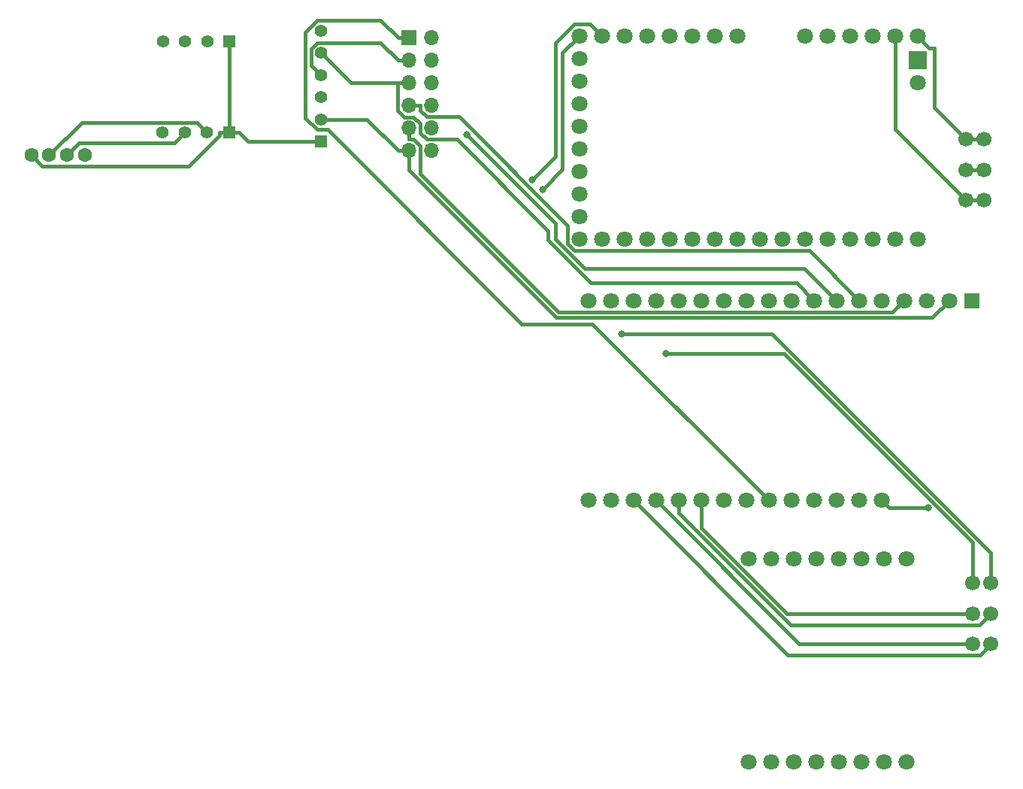
<source format=gbr>
%TF.GenerationSoftware,KiCad,Pcbnew,7.0.10*%
%TF.CreationDate,2024-01-29T12:51:58+00:00*%
%TF.ProjectId,data_logger,64617461-5f6c-46f6-9767-65722e6b6963,rev?*%
%TF.SameCoordinates,Original*%
%TF.FileFunction,Copper,L1,Top*%
%TF.FilePolarity,Positive*%
%FSLAX46Y46*%
G04 Gerber Fmt 4.6, Leading zero omitted, Abs format (unit mm)*
G04 Created by KiCad (PCBNEW 7.0.10) date 2024-01-29 12:51:58*
%MOMM*%
%LPD*%
G01*
G04 APERTURE LIST*
%TA.AperFunction,ComponentPad*%
%ADD10C,1.700000*%
%TD*%
%TA.AperFunction,ComponentPad*%
%ADD11R,1.800000X1.800000*%
%TD*%
%TA.AperFunction,ComponentPad*%
%ADD12C,1.800000*%
%TD*%
%TA.AperFunction,ComponentPad*%
%ADD13R,1.408000X1.408000*%
%TD*%
%TA.AperFunction,ComponentPad*%
%ADD14C,1.408000*%
%TD*%
%TA.AperFunction,ComponentPad*%
%ADD15R,2.000000X2.000000*%
%TD*%
%TA.AperFunction,ComponentPad*%
%ADD16R,1.700000X1.700000*%
%TD*%
%TA.AperFunction,ComponentPad*%
%ADD17O,1.700000X1.700000*%
%TD*%
%TA.AperFunction,ComponentPad*%
%ADD18C,1.600000*%
%TD*%
%TA.AperFunction,ViaPad*%
%ADD19C,0.800000*%
%TD*%
%TA.AperFunction,Conductor*%
%ADD20C,0.400000*%
%TD*%
G04 APERTURE END LIST*
D10*
%TO.P,J11,1,Pin_1*%
%TO.N,Net-(J11-Pin_1)*%
X210693000Y-123317000D03*
%TO.P,J11,2,Pin_2*%
%TO.N,Net-(J11-Pin_2)*%
X212725000Y-123317000D03*
%TD*%
%TO.P,J10,1,Pin_1*%
%TO.N,Net-(J10-Pin_1)*%
X210693000Y-119931000D03*
%TO.P,J10,2,Pin_2*%
%TO.N,Net-(J10-Pin_2)*%
X212725000Y-119931000D03*
%TD*%
%TO.P,J9,1,Pin_1*%
%TO.N,Net-(J9-Pin_1)*%
X210693000Y-116459000D03*
%TO.P,J9,2,Pin_2*%
%TO.N,Net-(J9-Pin_2)*%
X212725000Y-116459000D03*
%TD*%
D11*
%TO.P,U1,1,RST*%
%TO.N,unconnected-(U1-RST-Pad1)*%
X210566000Y-84688000D03*
D12*
%TO.P,U1,2,3.3V*%
%TO.N,+3V3*%
X208026000Y-84688000D03*
%TO.P,U1,3,NC*%
%TO.N,unconnected-(U1-NC-Pad3)*%
X205486000Y-84688000D03*
%TO.P,U1,4,GND*%
%TO.N,Earth*%
X202946000Y-84688000D03*
%TO.P,U1,5,EN*%
%TO.N,unconnected-(U1-EN-Pad5)*%
X200406000Y-84688000D03*
%TO.P,U1,6,SCK*%
%TO.N,Net-(J4-Pin_4)*%
X197866000Y-84688000D03*
%TO.P,U1,7,MOSI*%
%TO.N,Net-(J4-Pin_2)*%
X195326000Y-84688000D03*
%TO.P,U1,8,MISO*%
%TO.N,Net-(J4-Pin_3)*%
X192786000Y-84688000D03*
%TO.P,U1,9,SCL*%
%TO.N,Net-(J1-SCL)*%
X190246000Y-84688000D03*
%TO.P,U1,10,SDA*%
%TO.N,Net-(J1-SDA)*%
X187706000Y-84688000D03*
%TO.P,U1,11,D9*%
%TO.N,unconnected-(U1-D9-Pad11)*%
X185166000Y-84688000D03*
%TO.P,U1,12,D7*%
%TO.N,Net-(U1-D7)*%
X182626000Y-84688000D03*
%TO.P,U1,13,D6*%
%TO.N,Net-(U1-D6)*%
X180086000Y-84688000D03*
%TO.P,U1,14,D5*%
%TO.N,Net-(U1-D5)*%
X177546000Y-84688000D03*
%TO.P,U1,15,D3*%
%TO.N,Net-(U1-D3)*%
X175006000Y-84688000D03*
%TO.P,U1,16,D2*%
%TO.N,Net-(J4-Pin_9)*%
X172466000Y-84688000D03*
%TO.P,U1,17,TX*%
%TO.N,Net-(J9-Pin_1)*%
X169926000Y-84688000D03*
%TO.P,U1,18,RX*%
%TO.N,Net-(J9-Pin_2)*%
X167386000Y-84688000D03*
%TO.P,U1,19,VCC*%
%TO.N,+5V*%
X200406000Y-107188000D03*
%TO.P,U1,20,3.3V*%
%TO.N,unconnected-(U1-3.3V-Pad20)*%
X197866000Y-107188000D03*
%TO.P,U1,21,GND*%
%TO.N,unconnected-(U1-GND-Pad21)*%
X195326000Y-107188000D03*
%TO.P,U1,22,SCL*%
%TO.N,unconnected-(U1-SCL-Pad22)*%
X192786000Y-107188000D03*
%TO.P,U1,23,SDA*%
%TO.N,unconnected-(U1-SDA-Pad23)*%
X190246000Y-107188000D03*
%TO.P,U1,24,A4*%
%TO.N,Net-(J4-Pin_1)*%
X187706000Y-107188000D03*
%TO.P,U1,25,A3*%
%TO.N,Net-(J5-Pin_3)*%
X185166000Y-107188000D03*
%TO.P,U1,26,A2*%
%TO.N,unconnected-(U1-A2-Pad26)*%
X182626000Y-107188000D03*
%TO.P,U1,27,A1*%
%TO.N,Net-(J10-Pin_1)*%
X180086000Y-107188000D03*
%TO.P,U1,28,A0*%
%TO.N,Net-(J10-Pin_2)*%
X177546000Y-107188000D03*
%TO.P,U1,29,D13*%
%TO.N,Net-(J11-Pin_1)*%
X175006000Y-107188000D03*
%TO.P,U1,30,D12*%
%TO.N,Net-(J11-Pin_2)*%
X172466000Y-107188000D03*
%TO.P,U1,31,D11/UART2-Rx*%
%TO.N,Net-(U1-D11{slash}UART2-Rx)*%
X169926000Y-107188000D03*
%TO.P,U1,32,D10/UART2-Tx*%
%TO.N,Net-(U1-D10{slash}UART2-Tx)*%
X167386000Y-107188000D03*
%TD*%
D10*
%TO.P,J8,1,Pin_1*%
%TO.N,Earth*%
X209931000Y-66548000D03*
%TO.P,J8,2,Pin_2*%
X211963000Y-66548000D03*
%TD*%
%TO.P,J7,1,Pin_1*%
%TO.N,+5V*%
X209931000Y-73406000D03*
%TO.P,J7,2,Pin_2*%
X211963000Y-73406000D03*
%TD*%
%TO.P,J6,1,Pin_1*%
%TO.N,+3V3*%
X209931000Y-69977000D03*
%TO.P,J6,2,Pin_2*%
X211963000Y-69977000D03*
%TD*%
D13*
%TO.P,J5,1,Pin_1*%
%TO.N,Earth*%
X137287000Y-66802000D03*
D14*
%TO.P,J5,2,Pin_2*%
%TO.N,+3V3*%
X137287000Y-64302000D03*
%TO.P,J5,3,Pin_3*%
%TO.N,Net-(J5-Pin_3)*%
X137287000Y-61802000D03*
%TO.P,J5,4,Pin_4*%
%TO.N,Net-(J4-Pin_2)*%
X137287000Y-59302000D03*
%TO.P,J5,5,Pin_5*%
%TO.N,Net-(J4-Pin_3)*%
X137287000Y-56802000D03*
%TO.P,J5,6,Pin_6*%
%TO.N,Net-(J4-Pin_4)*%
X137287000Y-54302000D03*
%TD*%
D13*
%TO.P,J3,1,GND*%
%TO.N,Earth*%
X126920000Y-65786000D03*
D14*
%TO.P,J3,2,VCC*%
%TO.N,+3V3*%
X124420000Y-65786000D03*
%TO.P,J3,3,SDA*%
%TO.N,Net-(J1-SDA)*%
X121920000Y-65786000D03*
%TO.P,J3,4,SCL*%
%TO.N,Net-(J1-SCL)*%
X119420000Y-65786000D03*
%TD*%
D13*
%TO.P,J2,1,GND*%
%TO.N,Earth*%
X126960000Y-55499000D03*
D14*
%TO.P,J2,2,VCC*%
%TO.N,+3V3*%
X124460000Y-55499000D03*
%TO.P,J2,3,SDA*%
%TO.N,Net-(J1-SDA)*%
X121960000Y-55499000D03*
%TO.P,J2,4,SCL*%
%TO.N,Net-(J1-SCL)*%
X119460000Y-55499000D03*
%TD*%
D12*
%TO.P,U2,1*%
%TO.N,N/C*%
X204443000Y-77774000D03*
%TO.P,U2,2*%
X201903000Y-77774000D03*
%TO.P,U2,3*%
X199363000Y-77774000D03*
%TO.P,U2,4*%
X196823000Y-77774000D03*
%TO.P,U2,5*%
X194283000Y-77774000D03*
%TO.P,U2,6*%
X191743000Y-77774000D03*
%TO.P,U2,7*%
X189203000Y-77774000D03*
%TO.P,U2,8*%
X186663000Y-77774000D03*
%TO.P,U2,9*%
X184123000Y-77774000D03*
%TO.P,U2,10*%
X181583000Y-77774000D03*
%TO.P,U2,11*%
X179043000Y-77774000D03*
%TO.P,U2,12*%
X176503000Y-77774000D03*
%TO.P,U2,13*%
X173963000Y-77774000D03*
%TO.P,U2,14,VIO*%
%TO.N,unconnected-(U2-VIO-Pad14)*%
X171423000Y-77774000D03*
%TO.P,U2,15,VBAT*%
%TO.N,unconnected-(U2-VBAT-Pad15)*%
X168883000Y-77774000D03*
%TO.P,U2,16,GND*%
%TO.N,unconnected-(U2-GND-Pad16)*%
X166343000Y-77774000D03*
%TO.P,U2,17*%
%TO.N,N/C*%
X166343000Y-75234000D03*
%TO.P,U2,18*%
X166343000Y-72694000D03*
%TO.P,U2,19,SD_CLK*%
%TO.N,unconnected-(U2-SD_CLK-Pad19)*%
X166343000Y-70154000D03*
%TO.P,U2,20,SD_MOSI*%
%TO.N,unconnected-(U2-SD_MOSI-Pad20)*%
X166343000Y-67614000D03*
%TO.P,U2,21,SD_MISO*%
%TO.N,unconnected-(U2-SD_MISO-Pad21)*%
X166343000Y-65074000D03*
%TO.P,U2,22*%
%TO.N,N/C*%
X166343000Y-62534000D03*
%TO.P,U2,23*%
X166343000Y-59994000D03*
%TO.P,U2,24,SD_CS0*%
%TO.N,unconnected-(U2-SD_CS0-Pad24)*%
X166343000Y-57454000D03*
%TO.P,U2,25,TX1*%
%TO.N,Net-(U1-D11{slash}UART2-Rx)*%
X166343000Y-54914000D03*
%TO.P,U2,26,RX1*%
%TO.N,Net-(U1-D10{slash}UART2-Tx)*%
X168883000Y-54914000D03*
%TO.P,U2,27,CTS1*%
%TO.N,unconnected-(U2-CTS1-Pad27)*%
X171423000Y-54914000D03*
%TO.P,U2,28,RTS1*%
%TO.N,unconnected-(U2-RTS1-Pad28)*%
X173963000Y-54914000D03*
%TO.P,U2,29,GPS_RX*%
%TO.N,Net-(U1-D7)*%
X176503000Y-54914000D03*
%TO.P,U2,30,GPS_TX*%
%TO.N,Net-(U1-D6)*%
X179043000Y-54914000D03*
%TO.P,U2,31,IO6*%
%TO.N,unconnected-(U2-IO6-Pad31)*%
X181583000Y-54914000D03*
%TO.P,U2,32,IO7*%
%TO.N,unconnected-(U2-IO7-Pad32)*%
X184123000Y-54914000D03*
%TO.P,U2,33,HST_TX*%
%TO.N,unconnected-(U2-HST_TX-Pad33)*%
X191743000Y-54914000D03*
%TO.P,U2,34,HST_RX*%
%TO.N,unconnected-(U2-HST_RX-Pad34)*%
X194283000Y-54914000D03*
%TO.P,U2,35,PMR_KEY*%
%TO.N,unconnected-(U2-PMR_KEY-Pad35)*%
X196823000Y-54914000D03*
%TO.P,U2,36,RST*%
%TO.N,unconnected-(U2-RST-Pad36)*%
X199363000Y-54914000D03*
%TO.P,U2,37,VUSB/5V*%
%TO.N,+5V*%
X201903000Y-54914000D03*
%TO.P,U2,38,GND*%
%TO.N,Earth*%
X204443000Y-54914000D03*
D15*
%TO.P,U2,39*%
%TO.N,N/C*%
X204443000Y-57632000D03*
D12*
%TO.P,U2,40*%
X204443000Y-60172000D03*
%TD*%
D16*
%TO.P,J4,1,Pin_1*%
%TO.N,Net-(J4-Pin_1)*%
X147188000Y-55118000D03*
D17*
%TO.P,J4,2,Pin_2*%
%TO.N,Net-(J4-Pin_2)*%
X147188000Y-57658000D03*
%TO.P,J4,3,Pin_3*%
%TO.N,Net-(J4-Pin_3)*%
X147188000Y-60198000D03*
%TO.P,J4,4,Pin_4*%
%TO.N,Net-(J4-Pin_4)*%
X147188000Y-62738000D03*
%TO.P,J4,5,Pin_5*%
%TO.N,Earth*%
X147188000Y-65278000D03*
%TO.P,J4,6,Pin_6*%
%TO.N,+3V3*%
X147188000Y-67818000D03*
%TO.P,J4,7,Pin_7*%
%TO.N,unconnected-(J4-Pin_7-Pad7)*%
X149728000Y-55118000D03*
%TO.P,J4,8,Pin_8*%
%TO.N,unconnected-(J4-Pin_8-Pad8)*%
X149728000Y-57658000D03*
%TO.P,J4,9,Pin_9*%
%TO.N,Net-(J4-Pin_9)*%
X149728000Y-60198000D03*
%TO.P,J4,10,Pin_10*%
%TO.N,unconnected-(J4-Pin_10-Pad10)*%
X149728000Y-62738000D03*
%TO.P,J4,11,Pin_11*%
%TO.N,unconnected-(J4-Pin_11-Pad11)*%
X149728000Y-65278000D03*
%TO.P,J4,12,Pin_12*%
%TO.N,unconnected-(J4-Pin_12-Pad12)*%
X149728000Y-67818000D03*
%TD*%
D18*
%TO.P,J1,1,GND*%
%TO.N,Earth*%
X104648000Y-68326000D03*
%TO.P,J1,2,VCC*%
%TO.N,+3V3*%
X106648000Y-68326000D03*
%TO.P,J1,3,SDA*%
%TO.N,Net-(J1-SDA)*%
X108648000Y-68326000D03*
%TO.P,J1,4,SCL*%
%TO.N,Net-(J1-SCL)*%
X110648000Y-68326000D03*
%TD*%
D12*
%TO.P,U3,16,GND*%
%TO.N,unconnected-(U3-GND-Pad16)*%
X203200000Y-113792000D03*
%TO.P,U3,15,NC*%
%TO.N,unconnected-(U3-NC-Pad15)*%
X200660000Y-113792000D03*
%TO.P,U3,14,SDA*%
%TO.N,Net-(J1-SCL)*%
X198120000Y-113792000D03*
%TO.P,U3,13,SCL*%
%TO.N,Net-(J1-SDA)*%
X195580000Y-113792000D03*
%TO.P,U3,12,NC*%
%TO.N,unconnected-(U3-NC-Pad12)*%
X193040000Y-113792000D03*
%TO.P,U3,11,NC*%
%TO.N,unconnected-(U3-NC-Pad11)*%
X190500000Y-113792000D03*
%TO.P,U3,10,INT*%
%TO.N,Net-(U1-D3)*%
X187960000Y-113792000D03*
%TO.P,U3,9,SYN*%
%TO.N,Net-(U1-D5)*%
X185420000Y-113792000D03*
%TO.P,U3,8,GND*%
%TO.N,Earth*%
X203200000Y-136652000D03*
%TO.P,U3,7,3V3*%
%TO.N,+3V3*%
X200660000Y-136652000D03*
%TO.P,U3,6,SDI*%
%TO.N,unconnected-(U3-SDI-Pad6)*%
X198120000Y-136652000D03*
%TO.P,U3,5,SDO*%
%TO.N,unconnected-(U3-SDO-Pad5)*%
X195580000Y-136652000D03*
%TO.P,U3,4,SCK*%
%TO.N,unconnected-(U3-SCK-Pad4)*%
X193040000Y-136652000D03*
%TO.P,U3,3,CS*%
%TO.N,unconnected-(U3-CS-Pad3)*%
X190500000Y-136652000D03*
%TO.P,U3,2,NC*%
%TO.N,unconnected-(U3-NC-Pad2)*%
X187960000Y-136652000D03*
%TO.P,U3,1,NC*%
%TO.N,unconnected-(U3-NC-Pad1)*%
X185420000Y-136652000D03*
%TD*%
D19*
%TO.N,Net-(J9-Pin_2)*%
X171120000Y-88422000D03*
%TO.N,Net-(J9-Pin_1)*%
X176144500Y-90621200D03*
%TO.N,Net-(U1-D10{slash}UART2-Tx)*%
X161053700Y-71107700D03*
%TO.N,Net-(U1-D11{slash}UART2-Rx)*%
X162195100Y-72193900D03*
%TO.N,Net-(J4-Pin_2)*%
X153650100Y-65997100D03*
%TO.N,+5V*%
X205655300Y-108033900D03*
%TD*%
D20*
%TO.N,Net-(U1-D10{slash}UART2-Tx)*%
X163703000Y-68458400D02*
X161053700Y-71107700D01*
X163703000Y-55642000D02*
X163703000Y-68458400D01*
X168883000Y-54914000D02*
X167528800Y-53559800D01*
X167528800Y-53559800D02*
X165785200Y-53559800D01*
X165785200Y-53559800D02*
X163703000Y-55642000D01*
%TO.N,Net-(U1-D11{slash}UART2-Rx)*%
X164465000Y-56792000D02*
X164465000Y-69924000D01*
X166343000Y-54914000D02*
X164465000Y-56792000D01*
X164465000Y-69924000D02*
X162195100Y-72193900D01*
%TO.N,Earth*%
X206375000Y-56261000D02*
X205790000Y-56261000D01*
X206375000Y-62992000D02*
X206375000Y-56261000D01*
X209931000Y-66548000D02*
X206375000Y-62992000D01*
X205790000Y-56261000D02*
X204443000Y-54914000D01*
%TO.N,Net-(J11-Pin_2)*%
X211471700Y-124570300D02*
X212725000Y-123317000D01*
X189848300Y-124570300D02*
X211471700Y-124570300D01*
X172466000Y-107188000D02*
X189848300Y-124570300D01*
%TO.N,Net-(J11-Pin_1)*%
X191135000Y-123317000D02*
X210693000Y-123317000D01*
X175006000Y-107188000D02*
X191135000Y-123317000D01*
%TO.N,Net-(J10-Pin_2)*%
X211422800Y-121233200D02*
X212725000Y-119931000D01*
X190167300Y-121233200D02*
X211422800Y-121233200D01*
X177546000Y-108611900D02*
X190167300Y-121233200D01*
X177546000Y-107188000D02*
X177546000Y-108611900D01*
%TO.N,Net-(J10-Pin_1)*%
X180086000Y-110300800D02*
X180086000Y-107188000D01*
X189716200Y-119931000D02*
X180086000Y-110300800D01*
X210693000Y-119931000D02*
X189716200Y-119931000D01*
%TO.N,Net-(J9-Pin_2)*%
X188032200Y-88422000D02*
X171120000Y-88422000D01*
X212725000Y-113114800D02*
X188032200Y-88422000D01*
X212725000Y-116459000D02*
X212725000Y-113114800D01*
%TO.N,Net-(J9-Pin_1)*%
X189376600Y-90621200D02*
X176144500Y-90621200D01*
X210693000Y-111937600D02*
X189376600Y-90621200D01*
X210693000Y-116459000D02*
X210693000Y-111937600D01*
%TO.N,Net-(J4-Pin_4)*%
X147188000Y-62738000D02*
X148439900Y-62738000D01*
X148439900Y-63273600D02*
X148439900Y-62738000D01*
X149172900Y-64006600D02*
X148439900Y-63273600D01*
X152793600Y-64006600D02*
X149172900Y-64006600D01*
X165041100Y-76254100D02*
X152793600Y-64006600D01*
X165041100Y-78315000D02*
X165041100Y-76254100D01*
X165802000Y-79075900D02*
X165041100Y-78315000D01*
X192253900Y-79075900D02*
X165802000Y-79075900D01*
X197866000Y-84688000D02*
X192253900Y-79075900D01*
%TO.N,+3V3*%
X147188000Y-67818000D02*
X145936100Y-67818000D01*
X211963000Y-69977000D02*
X209931000Y-69977000D01*
X110294700Y-64679300D02*
X106648000Y-68326000D01*
X123313300Y-64679300D02*
X110294700Y-64679300D01*
X124420000Y-65786000D02*
X123313300Y-64679300D01*
X142420100Y-64302000D02*
X137287000Y-64302000D01*
X145936100Y-67818000D02*
X142420100Y-64302000D01*
X206120700Y-86593300D02*
X208026000Y-84688000D01*
X163753700Y-86593300D02*
X206120700Y-86593300D01*
X147188000Y-70027600D02*
X163753700Y-86593300D01*
X147188000Y-67818000D02*
X147188000Y-70027600D01*
%TO.N,Net-(J4-Pin_3)*%
X147188000Y-60198000D02*
X145913000Y-60198000D01*
X140683000Y-60198000D02*
X137287000Y-56802000D01*
X145913000Y-60198000D02*
X140683000Y-60198000D01*
X190824300Y-82726300D02*
X192786000Y-84688000D01*
X190824300Y-82726200D02*
X190824300Y-82726300D01*
X167686300Y-82726200D02*
X190824300Y-82726200D01*
X162835800Y-77875700D02*
X167686300Y-82726200D01*
X162835800Y-76802600D02*
X162835800Y-77875700D01*
X152581200Y-66548000D02*
X162835800Y-76802600D01*
X149161900Y-66548000D02*
X152581200Y-66548000D01*
X148458000Y-65844100D02*
X149161900Y-66548000D01*
X148458000Y-64772100D02*
X148458000Y-65844100D01*
X147712000Y-64026100D02*
X148458000Y-64772100D01*
X146671500Y-64026100D02*
X147712000Y-64026100D01*
X145913000Y-63267600D02*
X146671500Y-64026100D01*
X145913000Y-60198000D02*
X145913000Y-63267600D01*
%TO.N,Net-(J4-Pin_1)*%
X167838000Y-87320000D02*
X187706000Y-107188000D01*
X159880600Y-87320000D02*
X167838000Y-87320000D01*
X137995700Y-65435100D02*
X159880600Y-87320000D01*
X136802800Y-65435100D02*
X137995700Y-65435100D01*
X135512800Y-64145100D02*
X136802800Y-65435100D01*
X135512800Y-54498300D02*
X135512800Y-64145100D01*
X136854000Y-53157100D02*
X135512800Y-54498300D01*
X143975200Y-53157100D02*
X136854000Y-53157100D01*
X145936100Y-55118000D02*
X143975200Y-53157100D01*
X147188000Y-55118000D02*
X145936100Y-55118000D01*
%TO.N,Net-(J1-SDA)*%
X120764200Y-66941800D02*
X121920000Y-65786000D01*
X110032200Y-66941800D02*
X120764200Y-66941800D01*
X108648000Y-68326000D02*
X110032200Y-66941800D01*
%TO.N,Net-(J4-Pin_2)*%
X136178900Y-58193900D02*
X137287000Y-59302000D01*
X136178900Y-56327000D02*
X136178900Y-58193900D01*
X136811300Y-55694600D02*
X136178900Y-56327000D01*
X143972700Y-55694600D02*
X136811300Y-55694600D01*
X145936100Y-57658000D02*
X143972700Y-55694600D01*
X147188000Y-57658000D02*
X145936100Y-57658000D01*
X163649800Y-75996800D02*
X153650100Y-65997100D01*
X163649800Y-77781800D02*
X163649800Y-75996800D01*
X166944800Y-81076800D02*
X163649800Y-77781800D01*
X191714800Y-81076800D02*
X166944800Y-81076800D01*
X195326000Y-84688000D02*
X191714800Y-81076800D01*
%TO.N,Earth*%
X211963000Y-66548000D02*
X209931000Y-66548000D01*
X129041900Y-66802000D02*
X137287000Y-66802000D01*
X128025900Y-65786000D02*
X129041900Y-66802000D01*
X126920000Y-65786000D02*
X128025900Y-65786000D01*
X126920000Y-65786000D02*
X126920000Y-64680100D01*
X126960000Y-64640100D02*
X126920000Y-64680100D01*
X126960000Y-55499000D02*
X126960000Y-64640100D01*
X125814100Y-66062500D02*
X125814100Y-65786000D01*
X122338300Y-69538300D02*
X125814100Y-66062500D01*
X105860300Y-69538300D02*
X122338300Y-69538300D01*
X104648000Y-68326000D02*
X105860300Y-69538300D01*
X126920000Y-65786000D02*
X125814100Y-65786000D01*
X147706800Y-66529900D02*
X147188000Y-66529900D01*
X148458100Y-67281200D02*
X147706800Y-66529900D01*
X148458100Y-70432500D02*
X148458100Y-67281200D01*
X164015500Y-85989900D02*
X148458100Y-70432500D01*
X201644100Y-85989900D02*
X164015500Y-85989900D01*
X202946000Y-84688000D02*
X201644100Y-85989900D01*
X147188000Y-65278000D02*
X147188000Y-66529900D01*
%TO.N,+5V*%
X211963000Y-73406000D02*
X209931000Y-73406000D01*
X201903000Y-65378000D02*
X209931000Y-73406000D01*
X201903000Y-54914000D02*
X201903000Y-65378000D01*
X201251900Y-108033900D02*
X205655300Y-108033900D01*
X200406000Y-107188000D02*
X201251900Y-108033900D01*
%TD*%
M02*

</source>
